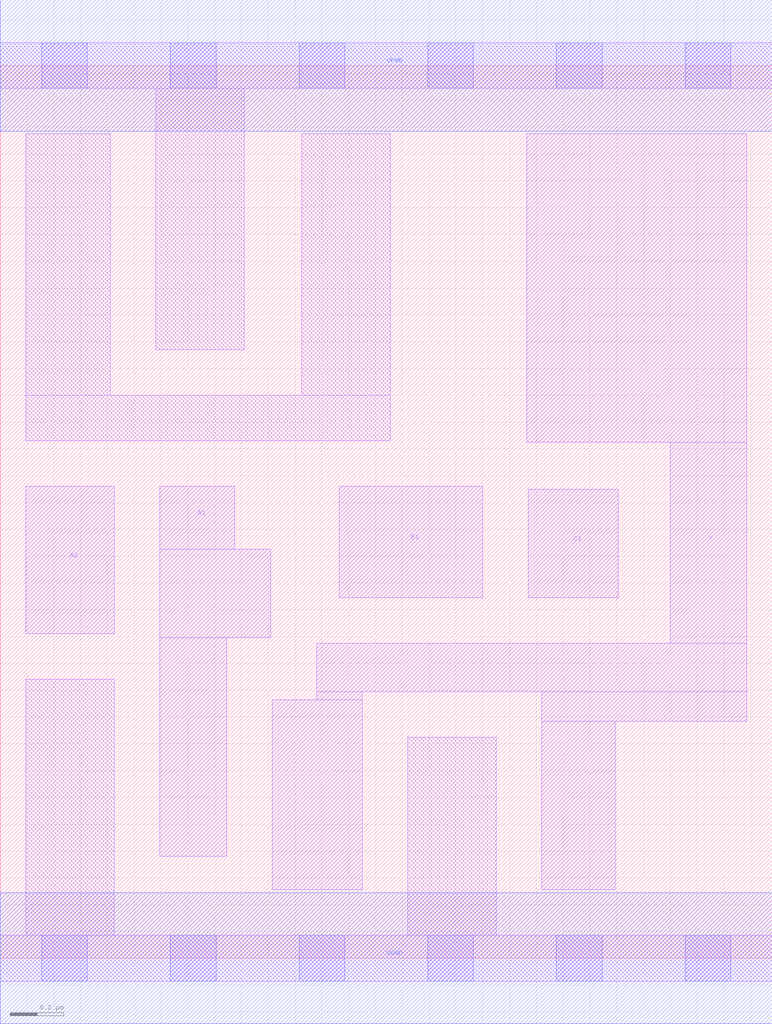
<source format=lef>
# Copyright 2020 The SkyWater PDK Authors
#
# Licensed under the Apache License, Version 2.0 (the "License");
# you may not use this file except in compliance with the License.
# You may obtain a copy of the License at
#
#     https://www.apache.org/licenses/LICENSE-2.0
#
# Unless required by applicable law or agreed to in writing, software
# distributed under the License is distributed on an "AS IS" BASIS,
# WITHOUT WARRANTIES OR CONDITIONS OF ANY KIND, either express or implied.
# See the License for the specific language governing permissions and
# limitations under the License.
#
# SPDX-License-Identifier: Apache-2.0

VERSION 5.7 ;
  NAMESCASESENSITIVE ON ;
  NOWIREEXTENSIONATPIN ON ;
  DIVIDERCHAR "/" ;
  BUSBITCHARS "[]" ;
UNITS
  DATABASE MICRONS 200 ;
END UNITS
MACRO sky130_fd_sc_lp__a211oi_1
  CLASS CORE ;
  FOREIGN sky130_fd_sc_lp__a211oi_1 ;
  ORIGIN  0.000000  0.000000 ;
  SIZE  2.880000 BY  3.330000 ;
  SYMMETRY X Y R90 ;
  SITE unit ;
  PIN A1
    ANTENNAGATEAREA  0.315000 ;
    DIRECTION INPUT ;
    USE SIGNAL ;
    PORT
      LAYER li1 ;
        RECT 0.595000 0.380000 0.845000 1.195000 ;
        RECT 0.595000 1.195000 1.010000 1.525000 ;
        RECT 0.595000 1.525000 0.875000 1.760000 ;
    END
  END A1
  PIN A2
    ANTENNAGATEAREA  0.315000 ;
    DIRECTION INPUT ;
    USE SIGNAL ;
    PORT
      LAYER li1 ;
        RECT 0.095000 1.210000 0.425000 1.760000 ;
    END
  END A2
  PIN B1
    ANTENNAGATEAREA  0.315000 ;
    DIRECTION INPUT ;
    USE SIGNAL ;
    PORT
      LAYER li1 ;
        RECT 1.265000 1.345000 1.800000 1.760000 ;
    END
  END B1
  PIN C1
    ANTENNAGATEAREA  0.315000 ;
    DIRECTION INPUT ;
    USE SIGNAL ;
    PORT
      LAYER li1 ;
        RECT 1.970000 1.345000 2.305000 1.750000 ;
    END
  END C1
  PIN Y
    ANTENNADIFFAREA  0.884100 ;
    DIRECTION OUTPUT ;
    USE SIGNAL ;
    PORT
      LAYER li1 ;
        RECT 1.015000 0.255000 1.350000 0.965000 ;
        RECT 1.180000 0.965000 1.350000 0.995000 ;
        RECT 1.180000 0.995000 2.785000 1.175000 ;
        RECT 1.965000 1.925000 2.785000 3.075000 ;
        RECT 2.020000 0.255000 2.295000 0.885000 ;
        RECT 2.020000 0.885000 2.785000 0.995000 ;
        RECT 2.500000 1.175000 2.785000 1.925000 ;
    END
  END Y
  PIN VGND
    DIRECTION INOUT ;
    USE GROUND ;
    PORT
      LAYER met1 ;
        RECT 0.000000 -0.245000 2.880000 0.245000 ;
    END
  END VGND
  PIN VPWR
    DIRECTION INOUT ;
    USE POWER ;
    PORT
      LAYER met1 ;
        RECT 0.000000 3.085000 2.880000 3.575000 ;
    END
  END VPWR
  OBS
    LAYER li1 ;
      RECT 0.000000 -0.085000 2.880000 0.085000 ;
      RECT 0.000000  3.245000 2.880000 3.415000 ;
      RECT 0.095000  0.085000 0.425000 1.040000 ;
      RECT 0.095000  1.930000 1.455000 2.100000 ;
      RECT 0.095000  2.100000 0.410000 3.075000 ;
      RECT 0.580000  2.270000 0.910000 3.245000 ;
      RECT 1.125000  2.100000 1.455000 3.075000 ;
      RECT 1.520000  0.085000 1.850000 0.825000 ;
    LAYER mcon ;
      RECT 0.155000 -0.085000 0.325000 0.085000 ;
      RECT 0.155000  3.245000 0.325000 3.415000 ;
      RECT 0.635000 -0.085000 0.805000 0.085000 ;
      RECT 0.635000  3.245000 0.805000 3.415000 ;
      RECT 1.115000 -0.085000 1.285000 0.085000 ;
      RECT 1.115000  3.245000 1.285000 3.415000 ;
      RECT 1.595000 -0.085000 1.765000 0.085000 ;
      RECT 1.595000  3.245000 1.765000 3.415000 ;
      RECT 2.075000 -0.085000 2.245000 0.085000 ;
      RECT 2.075000  3.245000 2.245000 3.415000 ;
      RECT 2.555000 -0.085000 2.725000 0.085000 ;
      RECT 2.555000  3.245000 2.725000 3.415000 ;
  END
END sky130_fd_sc_lp__a211oi_1
END LIBRARY

</source>
